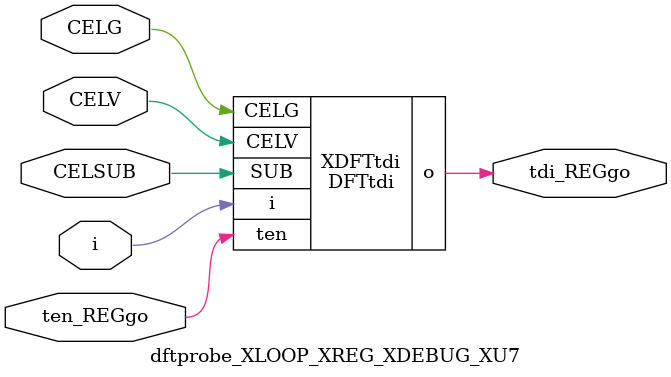
<source format=v>


module DFTtdi ( o, CELV, SUB, i, ten, CELG );

  input CELV;
  input ten;
  input i;
  output o;
  input CELG;
  input SUB;
endmodule


module dftprobe_XLOOP_XREG_XDEBUG_XU7 (i,tdi_REGgo,ten_REGgo,CELG,CELSUB,CELV);
input  i;
output  tdi_REGgo;
input  ten_REGgo;
input  CELG;
input  CELSUB;
input  CELV;

DFTtdi XDFTtdi(
  .i (i),
  .o (tdi_REGgo),
  .ten (ten_REGgo),
  .CELG (CELG),
  .SUB (CELSUB),
  .CELV (CELV)
);

endmodule


</source>
